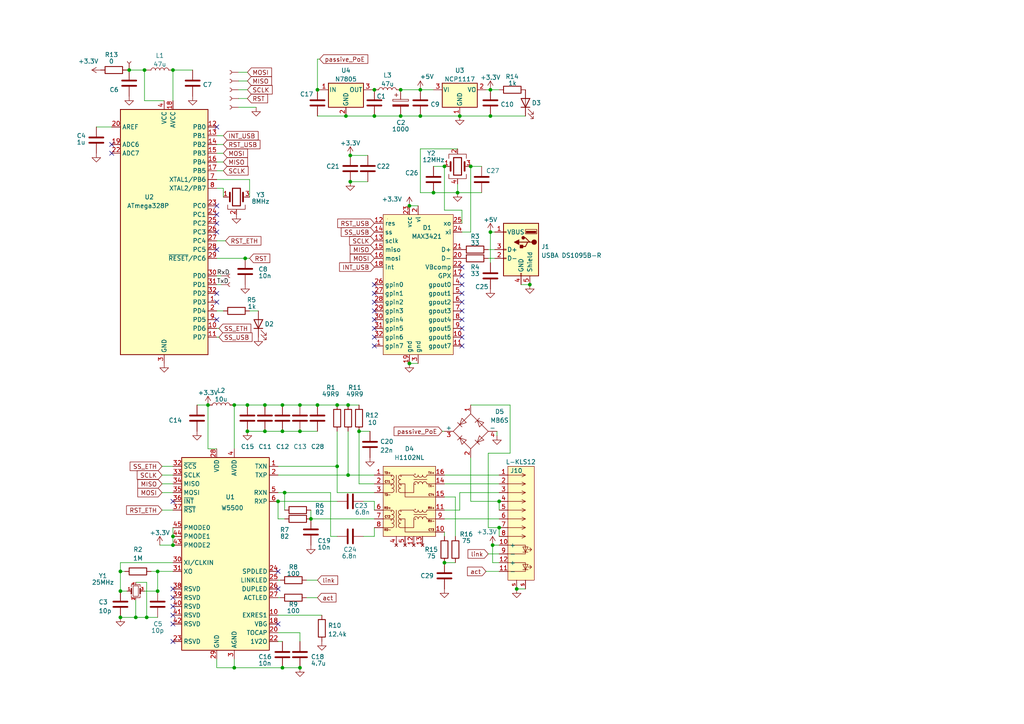
<source format=kicad_sch>
(kicad_sch (version 20211123) (generator eeschema)
  (paper "A4")
  (junction (at 81.915 117.475))
  (junction (at 144.78 153.035))
  (junction (at 50.165 158.115))
  (junction (at 149.86 170.815))
  (junction (at 142.24 33.655))
  (junction (at 86.995 125.095))
  (junction (at 92.075 26.035))
  (junction (at 82.55 142.875))
  (junction (at 81.915 193.675))
  (junction (at 136.525 48.26))
  (junction (at 116.205 26.035))
  (junction (at 50.165 155.575))
  (junction (at 39.37 179.07))
  (junction (at 142.24 26.035))
  (junction (at 100.33 33.655))
  (junction (at 97.79 117.475))
  (junction (at 60.325 117.475))
  (junction (at 76.835 125.095))
  (junction (at 116.205 33.655))
  (junction (at 86.995 117.475))
  (junction (at 34.925 165.735))
  (junction (at 45.72 165.735))
  (junction (at 108.585 33.655))
  (junction (at 121.92 26.035))
  (junction (at 90.17 150.495))
  (junction (at 71.12 74.93))
  (junction (at 50.165 20.32))
  (junction (at 80.645 145.415))
  (junction (at 34.925 179.07))
  (junction (at 100.965 137.795))
  (junction (at 37.465 20.32))
  (junction (at 104.14 125.095))
  (junction (at 92.075 117.475))
  (junction (at 121.92 33.655))
  (junction (at 108.585 26.035))
  (junction (at 41.91 20.32))
  (junction (at 86.995 193.675))
  (junction (at 71.755 117.475))
  (junction (at 97.79 135.255))
  (junction (at 67.945 117.475))
  (junction (at 133.35 33.655))
  (junction (at 71.755 125.095))
  (junction (at 125.73 55.88))
  (junction (at 153.67 82.55))
  (junction (at 81.915 125.095))
  (junction (at 142.875 158.115))
  (junction (at 101.6 52.705))
  (junction (at 100.965 117.475))
  (junction (at 101.6 45.085))
  (junction (at 76.835 117.475))
  (junction (at 118.745 59.69))
  (junction (at 144.78 145.415))
  (junction (at 67.945 193.675))
  (junction (at 118.745 105.41))
  (junction (at 132.715 55.88))
  (junction (at 142.24 67.31))
  (junction (at 42.545 179.07))
  (junction (at 128.905 48.26))
  (junction (at 34.925 171.45))
  (junction (at 45.72 171.45))
  (junction (at 128.905 163.195))
  (no_connect (at 133.985 95.25))
  (no_connect (at 133.985 87.63))
  (no_connect (at 133.985 77.47))
  (no_connect (at 133.985 92.71))
  (no_connect (at 133.985 90.17))
  (no_connect (at 62.865 72.39))
  (no_connect (at 50.165 145.415))
  (no_connect (at 50.165 178.435))
  (no_connect (at 108.585 85.09))
  (no_connect (at 62.865 36.83))
  (no_connect (at 62.865 92.71))
  (no_connect (at 32.385 41.91))
  (no_connect (at 62.865 59.69))
  (no_connect (at 50.165 175.895))
  (no_connect (at 32.385 44.45))
  (no_connect (at 50.165 180.975))
  (no_connect (at 108.585 100.33))
  (no_connect (at 62.865 64.77))
  (no_connect (at 62.865 87.63))
  (no_connect (at 108.585 97.79))
  (no_connect (at 108.585 92.71))
  (no_connect (at 133.985 82.55))
  (no_connect (at 133.985 80.01))
  (no_connect (at 108.585 90.17))
  (no_connect (at 80.645 165.735))
  (no_connect (at 108.585 95.25))
  (no_connect (at 62.865 85.09))
  (no_connect (at 108.585 87.63))
  (no_connect (at 62.865 62.23))
  (no_connect (at 133.985 97.79))
  (no_connect (at 108.585 82.55))
  (no_connect (at 133.985 100.33))
  (no_connect (at 50.165 170.815))
  (no_connect (at 80.645 180.975))
  (no_connect (at 50.165 173.355))
  (no_connect (at 62.865 67.31))
  (no_connect (at 80.645 170.815))
  (no_connect (at 133.985 85.09))
  (no_connect (at 50.165 186.055))
  (wire (pts (xy 62.865 97.79) (xy 63.5 97.79)))
  (wire (pts (xy 108.585 142.875) (xy 97.79 142.875)))
  (wire (pts (xy 121.92 43.18) (xy 121.92 55.88)))
  (wire (pts (xy 136.525 48.26) (xy 136.525 67.31)))
  (wire (pts (xy 132.715 43.18) (xy 121.92 43.18)))
  (wire (pts (xy 72.39 52.07) (xy 72.39 57.15)))
  (wire (pts (xy 76.835 117.475) (xy 81.915 117.475)))
  (wire (pts (xy 136.525 67.31) (xy 133.985 67.31)))
  (wire (pts (xy 136.525 48.26) (xy 139.7 48.26)))
  (wire (pts (xy 46.355 158.115) (xy 50.165 158.115)))
  (wire (pts (xy 86.995 117.475) (xy 92.075 117.475)))
  (wire (pts (xy 105.41 155.575) (xy 108.585 155.575)))
  (wire (pts (xy 142.24 76.2) (xy 142.24 67.31)))
  (wire (pts (xy 39.37 173.99) (xy 39.37 179.07)))
  (wire (pts (xy 69.215 20.955) (xy 71.755 20.955)))
  (wire (pts (xy 128.905 144.145) (xy 132.08 144.145)))
  (wire (pts (xy 41.91 171.45) (xy 45.72 171.45)))
  (wire (pts (xy 118.745 105.41) (xy 121.285 105.41)))
  (wire (pts (xy 144.78 142.875) (xy 133.35 142.875)))
  (wire (pts (xy 37.465 20.32) (xy 41.91 20.32)))
  (wire (pts (xy 62.865 39.37) (xy 64.77 39.37)))
  (wire (pts (xy 71.12 74.93) (xy 72.39 74.93)))
  (wire (pts (xy 76.835 125.095) (xy 81.915 125.095)))
  (wire (pts (xy 46.99 135.255) (xy 50.165 135.255)))
  (wire (pts (xy 69.215 26.035) (xy 71.755 26.035)))
  (wire (pts (xy 81.915 117.475) (xy 86.995 117.475)))
  (wire (pts (xy 62.865 74.93) (xy 71.12 74.93)))
  (wire (pts (xy 128.905 60.96) (xy 133.985 60.96)))
  (wire (pts (xy 142.24 67.31) (xy 143.51 67.31)))
  (wire (pts (xy 60.325 117.475) (xy 60.325 130.175)))
  (wire (pts (xy 62.865 69.85) (xy 65.405 69.85)))
  (wire (pts (xy 151.13 82.55) (xy 153.67 82.55)))
  (wire (pts (xy 147.955 131.445) (xy 141.605 131.445)))
  (wire (pts (xy 128.905 163.195) (xy 132.08 163.195)))
  (wire (pts (xy 46.99 147.955) (xy 50.165 147.955)))
  (wire (pts (xy 141.605 160.655) (xy 144.78 160.655)))
  (wire (pts (xy 108.585 153.035) (xy 108.585 155.575)))
  (wire (pts (xy 64.77 54.61) (xy 64.77 57.15)))
  (wire (pts (xy 121.92 55.88) (xy 125.73 55.88)))
  (wire (pts (xy 128.905 150.495) (xy 144.78 150.495)))
  (wire (pts (xy 101.6 52.705) (xy 106.68 52.705)))
  (wire (pts (xy 39.37 168.91) (xy 42.545 168.91)))
  (wire (pts (xy 67.945 117.475) (xy 67.945 130.175)))
  (wire (pts (xy 142.24 33.655) (xy 152.4 33.655)))
  (wire (pts (xy 71.755 117.475) (xy 76.835 117.475)))
  (wire (pts (xy 62.865 49.53) (xy 64.77 49.53)))
  (wire (pts (xy 80.645 142.875) (xy 82.55 142.875)))
  (wire (pts (xy 46.99 137.795) (xy 50.165 137.795)))
  (wire (pts (xy 92.075 17.145) (xy 92.075 26.035)))
  (wire (pts (xy 101.6 45.085) (xy 106.68 45.085)))
  (wire (pts (xy 80.645 150.495) (xy 80.645 145.415)))
  (wire (pts (xy 41.91 29.21) (xy 41.91 20.32)))
  (wire (pts (xy 67.945 191.135) (xy 67.945 193.675)))
  (wire (pts (xy 132.715 55.88) (xy 139.7 55.88)))
  (wire (pts (xy 71.755 125.095) (xy 76.835 125.095)))
  (wire (pts (xy 144.78 145.415) (xy 136.525 145.415)))
  (wire (pts (xy 104.14 125.095) (xy 107.315 125.095)))
  (wire (pts (xy 108.585 33.655) (xy 116.205 33.655)))
  (wire (pts (xy 133.35 142.875) (xy 133.35 147.955)))
  (wire (pts (xy 62.865 90.17) (xy 64.77 90.17)))
  (wire (pts (xy 80.645 145.415) (xy 97.79 145.415)))
  (wire (pts (xy 50.165 20.32) (xy 55.88 20.32)))
  (wire (pts (xy 136.525 117.475) (xy 147.955 117.475)))
  (wire (pts (xy 80.645 168.275) (xy 81.28 168.275)))
  (wire (pts (xy 47.625 29.21) (xy 41.91 29.21)))
  (wire (pts (xy 57.15 117.475) (xy 60.325 117.475)))
  (wire (pts (xy 50.165 153.035) (xy 50.165 155.575)))
  (wire (pts (xy 104.14 140.335) (xy 108.585 140.335)))
  (wire (pts (xy 142.24 26.035) (xy 144.78 26.035)))
  (wire (pts (xy 125.73 55.88) (xy 132.715 55.88)))
  (wire (pts (xy 82.55 142.875) (xy 95.885 142.875)))
  (wire (pts (xy 140.97 26.035) (xy 142.24 26.035)))
  (wire (pts (xy 95.885 155.575) (xy 95.885 142.875)))
  (wire (pts (xy 69.215 31.115) (xy 74.295 31.115)))
  (wire (pts (xy 92.075 33.655) (xy 100.33 33.655)))
  (wire (pts (xy 62.865 95.25) (xy 63.5 95.25)))
  (wire (pts (xy 104.14 125.095) (xy 104.14 140.335)))
  (wire (pts (xy 80.645 178.435) (xy 93.345 178.435)))
  (wire (pts (xy 67.945 193.675) (xy 62.865 193.675)))
  (wire (pts (xy 133.35 147.955) (xy 128.905 147.955)))
  (wire (pts (xy 36.83 20.32) (xy 37.465 20.32)))
  (wire (pts (xy 46.99 140.335) (xy 50.165 140.335)))
  (wire (pts (xy 86.995 193.675) (xy 81.915 193.675)))
  (wire (pts (xy 69.215 28.575) (xy 71.755 28.575)))
  (wire (pts (xy 67.945 117.475) (xy 71.755 117.475)))
  (wire (pts (xy 80.645 186.055) (xy 81.915 186.055)))
  (wire (pts (xy 141.605 74.93) (xy 143.51 74.93)))
  (wire (pts (xy 81.915 193.675) (xy 67.945 193.675)))
  (wire (pts (xy 147.955 117.475) (xy 147.955 131.445)))
  (wire (pts (xy 128.905 140.335) (xy 144.78 140.335)))
  (wire (pts (xy 80.645 183.515) (xy 86.995 183.515)))
  (wire (pts (xy 144.145 125.095) (xy 144.145 126.365)))
  (wire (pts (xy 27.94 36.83) (xy 32.385 36.83)))
  (wire (pts (xy 72.39 90.17) (xy 74.93 90.17)))
  (wire (pts (xy 95.885 155.575) (xy 97.79 155.575)))
  (wire (pts (xy 42.545 168.91) (xy 42.545 179.07)))
  (wire (pts (xy 46.99 142.875) (xy 50.165 142.875)))
  (wire (pts (xy 100.965 117.475) (xy 104.14 117.475)))
  (wire (pts (xy 62.865 54.61) (xy 64.77 54.61)))
  (wire (pts (xy 50.165 155.575) (xy 50.165 158.115)))
  (wire (pts (xy 128.905 154.305) (xy 128.905 155.575)))
  (wire (pts (xy 128.905 48.26) (xy 128.905 60.96)))
  (wire (pts (xy 128.27 125.095) (xy 128.905 125.095)))
  (wire (pts (xy 92.075 117.475) (xy 97.79 117.475)))
  (wire (pts (xy 88.9 173.355) (xy 92.075 173.355)))
  (wire (pts (xy 80.645 173.355) (xy 81.28 173.355)))
  (wire (pts (xy 92.075 17.145) (xy 92.71 17.145)))
  (wire (pts (xy 69.215 23.495) (xy 71.755 23.495)))
  (wire (pts (xy 144.78 153.035) (xy 144.78 155.575)))
  (wire (pts (xy 86.995 183.515) (xy 86.995 186.055)))
  (wire (pts (xy 62.865 41.91) (xy 64.77 41.91)))
  (wire (pts (xy 97.79 142.875) (xy 97.79 135.255)))
  (wire (pts (xy 62.865 193.675) (xy 62.865 191.135)))
  (wire (pts (xy 62.865 52.07) (xy 72.39 52.07)))
  (wire (pts (xy 97.79 117.475) (xy 100.965 117.475)))
  (wire (pts (xy 62.865 130.175) (xy 60.325 130.175)))
  (wire (pts (xy 144.78 145.415) (xy 144.78 147.955)))
  (wire (pts (xy 81.915 125.095) (xy 86.995 125.095)))
  (wire (pts (xy 100.965 125.095) (xy 100.965 137.795)))
  (wire (pts (xy 62.865 82.55) (xy 64.135 82.55)))
  (wire (pts (xy 107.95 26.035) (xy 108.585 26.035)))
  (wire (pts (xy 34.925 165.735) (xy 34.925 171.45)))
  (wire (pts (xy 80.645 135.255) (xy 97.79 135.255)))
  (wire (pts (xy 39.37 179.07) (xy 42.545 179.07)))
  (wire (pts (xy 82.55 150.495) (xy 80.645 150.495)))
  (wire (pts (xy 62.865 44.45) (xy 64.77 44.45)))
  (wire (pts (xy 90.17 147.955) (xy 90.17 150.495)))
  (wire (pts (xy 121.92 33.655) (xy 133.35 33.655)))
  (wire (pts (xy 100.965 137.795) (xy 108.585 137.795)))
  (wire (pts (xy 140.97 165.735) (xy 144.78 165.735)))
  (wire (pts (xy 100.33 33.655) (xy 108.585 33.655)))
  (wire (pts (xy 34.925 171.45) (xy 36.83 171.45)))
  (wire (pts (xy 133.35 33.655) (xy 142.24 33.655)))
  (wire (pts (xy 88.9 168.275) (xy 92.075 168.275)))
  (wire (pts (xy 86.995 125.095) (xy 92.075 125.095)))
  (wire (pts (xy 50.165 20.32) (xy 50.165 29.21)))
  (wire (pts (xy 133.985 60.96) (xy 133.985 64.77)))
  (wire (pts (xy 118.745 59.69) (xy 121.285 59.69)))
  (wire (pts (xy 45.72 165.735) (xy 45.72 171.45)))
  (wire (pts (xy 43.815 165.735) (xy 45.72 165.735)))
  (wire (pts (xy 34.925 179.07) (xy 39.37 179.07)))
  (wire (pts (xy 62.865 46.99) (xy 64.77 46.99)))
  (wire (pts (xy 144.78 158.115) (xy 142.875 158.115)))
  (wire (pts (xy 136.525 132.715) (xy 136.525 145.415)))
  (wire (pts (xy 116.205 33.655) (xy 121.92 33.655)))
  (wire (pts (xy 90.17 150.495) (xy 108.585 150.495)))
  (wire (pts (xy 80.645 137.795) (xy 100.965 137.795)))
  (wire (pts (xy 128.905 137.795) (xy 144.78 137.795)))
  (wire (pts (xy 62.865 80.01) (xy 64.135 80.01)))
  (wire (pts (xy 132.08 144.145) (xy 132.08 155.575)))
  (wire (pts (xy 125.73 48.26) (xy 128.905 48.26)))
  (wire (pts (xy 82.55 142.875) (xy 82.55 147.955)))
  (wire (pts (xy 34.925 163.195) (xy 50.165 163.195)))
  (wire (pts (xy 116.205 26.035) (xy 121.92 26.035)))
  (wire (pts (xy 141.605 131.445) (xy 141.605 153.035)))
  (wire (pts (xy 92.71 26.035) (xy 92.075 26.035)))
  (wire (pts (xy 141.605 72.39) (xy 143.51 72.39)))
  (wire (pts (xy 45.72 165.735) (xy 50.165 165.735)))
  (wire (pts (xy 105.41 145.415) (xy 108.585 145.415)))
  (wire (pts (xy 42.545 179.07) (xy 45.72 179.07)))
  (wire (pts (xy 142.875 163.195) (xy 144.78 163.195)))
  (wire (pts (xy 132.715 53.34) (xy 132.715 55.88)))
  (wire (pts (xy 141.605 153.035) (xy 144.78 153.035)))
  (wire (pts (xy 108.585 145.415) (xy 108.585 147.955)))
  (wire (pts (xy 41.91 20.32) (xy 42.545 20.32)))
  (wire (pts (xy 34.925 165.735) (xy 36.195 165.735)))
  (wire (pts (xy 121.92 26.035) (xy 125.73 26.035)))
  (wire (pts (xy 142.875 158.115) (xy 142.875 163.195)))
  (wire (pts (xy 97.79 125.095) (xy 97.79 135.255)))
  (wire (pts (xy 34.925 163.195) (xy 34.925 165.735)))
  (wire (pts (xy 149.86 170.815) (xy 152.4 170.815)))
  (label "TxD" (at 62.865 82.55 0))
  (label "RxD" (at 62.865 80.01 0))
  (global_label "passive_PoE" (shape input) (at 92.71 17.145 0) (property "Обозначения листов" "${INTERSHEET_REFS}" (effects hide)))
  (global_label "MOSI" (shape input) (at 46.99 142.875 180) (property "Обозначения листов" "${INTERSHEET_REFS}" (effects hide)))
  (global_label "MISO" (shape input) (at 108.585 72.39 180) (property "Обозначения листов" "${INTERSHEET_REFS}" (effects hide)))
  (global_label "link" (shape input) (at 92.075 168.275 0) (property "Обозначения листов" "${INTERSHEET_REFS}" (effects hide)))
  (global_label "RST" (shape input) (at 72.39 74.93 0) (property "Обозначения листов" "${INTERSHEET_REFS}" (effects hide)))
  (global_label "SS_USB" (shape input) (at 108.585 67.31 180) (property "Обозначения листов" "${INTERSHEET_REFS}" (effects hide)))
  (global_label "MOSI" (shape input) (at 108.585 74.93 180) (property "Обозначения листов" "${INTERSHEET_REFS}" (effects hide)))
  (global_label "SCLK" (shape input) (at 71.755 26.035 0) (property "Обозначения листов" "${INTERSHEET_REFS}" (effects hide)))
  (global_label "INT_USB" (shape input) (at 108.585 77.47 180) (property "Обозначения листов" "${INTERSHEET_REFS}" (effects hide)))
  (global_label "MISO" (shape input) (at 71.755 23.495 0) (property "Обозначения листов" "${INTERSHEET_REFS}" (effects hide)))
  (global_label "passive_PoE" (shape input) (at 128.27 125.095 180) (property "Обозначения листов" "${INTERSHEET_REFS}" (effects hide)))
  (global_label "MOSI" (shape input) (at 64.77 44.45 0) (property "Обозначения листов" "${INTERSHEET_REFS}" (effects hide)))
  (global_label "RST_USB" (shape input) (at 108.585 64.77 180) (property "Обозначения листов" "${INTERSHEET_REFS}" (effects hide)))
  (global_label "link" (shape input) (at 141.605 160.655 180) (property "Обозначения листов" "${INTERSHEET_REFS}" (effects hide)))
  (global_label "SCLK" (shape input) (at 108.585 69.85 180) (property "Обозначения листов" "${INTERSHEET_REFS}" (effects hide)))
  (global_label "RST_ETH" (shape input) (at 65.405 69.85 0) (property "Обозначения листов" "${INTERSHEET_REFS}" (effects hide)))
  (global_label "act" (shape input) (at 140.97 165.735 180) (property "Обозначения листов" "${INTERSHEET_REFS}" (effects hide)))
  (global_label "RST_USB" (shape input) (at 64.77 41.91 0) (property "Обозначения листов" "${INTERSHEET_REFS}" (effects hide)))
  (global_label "SS_ETH" (shape input) (at 46.99 135.255 180) (property "Обозначения листов" "${INTERSHEET_REFS}" (effects hide)))
  (global_label "MISO" (shape input) (at 64.77 46.99 0) (property "Обозначения листов" "${INTERSHEET_REFS}" (effects hide)))
  (global_label "SS_ETH" (shape input) (at 63.5 95.25 0) (property "Обозначения листов" "${INTERSHEET_REFS}" (effects hide)))
  (global_label "INT_USB" (shape input) (at 64.77 39.37 0) (property "Обозначения листов" "${INTERSHEET_REFS}" (effects hide)))
  (global_label "act" (shape input) (at 92.075 173.355 0) (property "Обозначения листов" "${INTERSHEET_REFS}" (effects hide)))
  (global_label "RST_ETH" (shape input) (at 46.99 147.955 180) (property "Обозначения листов" "${INTERSHEET_REFS}" (effects hide)))
  (global_label "SCLK" (shape input) (at 46.99 137.795 180) (property "Обозначения листов" "${INTERSHEET_REFS}" (effects hide)))
  (global_label "RST" (shape input) (at 71.755 28.575 0) (property "Обозначения листов" "${INTERSHEET_REFS}" (effects hide)))
  (global_label "SCLK" (shape input) (at 64.77 49.53 0) (property "Обозначения листов" "${INTERSHEET_REFS}" (effects hide)))
  (global_label "SS_USB" (shape input) (at 63.5 97.79 0) (property "Обозначения листов" "${INTERSHEET_REFS}" (effects hide)))
  (global_label "MISO" (shape input) (at 46.99 140.335 180) (property "Обозначения листов" "${INTERSHEET_REFS}" (effects hide)))
  (global_label "MOSI" (shape input) (at 71.755 20.955 0) (property "Обозначения листов" "${INTERSHEET_REFS}" (effects hide)))
  (symbol (lib_id "Device:R") (at 40.005 165.735 90) (unit 1)
    (property "Reference" "R2" (at 40.005 159.385 90))
    (property "Value" "1M" (at 40.005 161.925 90))
    (property "Footprint" "Resistor_SMD:R_0402_1005Metric" (effects hide))
  )
  (symbol (lib_id "Device:C") (at 90.17 154.305 0) (unit 1)
    (property "Reference" "C19" (at 92.075 156.845 0) (effects (justify left)))
    (property "Value" "10n" (at 92.075 158.75 0) (effects (justify left)))
    (property "Footprint" "Capacitor_SMD:C_0402_1005Metric" (effects hide))
  )
  (symbol (lib_id "Interface_Ethernet:W5500") (at 65.405 160.655 0) (unit 1)
    (property "Reference" "U1" (at 65.405 144.145 0) (effects (justify left)))
    (property "Value" "W5500" (at 64.135 147.32 0) (effects (justify left)))
    (property "Footprint" "Package_QFP:LQFP-48_7x7mm_P0.5mm" (effects hide))
    (property "Datasheet" "http://wizwiki.net/wiki/lib/exe/fetch.php/products:w5500:w5500_ds_v109e.pdf" (effects hide))
  )
  (symbol (lib_id "Device:C") (at 76.835 121.285 0) (unit 1)
    (property "Reference" "C11" (at 74.93 129.54 0) (effects (justify left)))
    (property "Value" "1u" (effects hide))
    (property "Footprint" "Capacitor_SMD:C_0603_1608Metric" (effects hide))
  )
  (symbol (lib_id "Device:LED") (at 74.93 93.98 90) (unit 1)
    (property "Reference" "D2" (at 78.105 93.98 90))
    (property "Value" "LED" (effects hide))
    (property "Footprint" "LED_SMD:LED_0603_1608Metric" (effects hide))
  )
  (symbol (lib_id "power:GND") (at 132.715 55.88 0) (unit 1)
    (property "Reference" "#PWR0104" (effects hide))
    (property "Value" "GND" (effects hide))
  )
  (symbol (lib_id "Diode_Bridge:MB6S") (at 136.525 125.095 180) (unit 1)
    (property "Reference" "D5" (at 144.8896 119.3885 0))
    (property "Value" "MB6S" (at 144.8896 121.9254 0))
    (property "Footprint" "Package_TO_SOT_SMD:TO-269AA" (effects hide))
    (property "Datasheet" "http://www.vishay.com/docs/88573/dfs.pdf" (effects hide))
  )
  (symbol (lib_id "Device:L") (at 112.395 26.035 90) (unit 1)
    (property "Reference" "L3" (at 112.395 21.8272 90))
    (property "Value" "47u" (at 112.395 24.3641 90))
    (property "Footprint" "Inductor_SMD:L_0805_2012Metric" (effects hide))
  )
  (symbol (lib_id "Device:C") (at 101.6 145.415 90) (unit 1)
    (property "Reference" "C23" (at 106.68 146.685 90) (effects (justify left)))
    (property "Value" "6.8n" (at 107.315 148.59 90) (effects (justify left)))
    (property "Footprint" "Capacitor_SMD:C_0402_1005Metric" (effects hide))
  )
  (symbol (lib_id "power:GND") (at 118.745 105.41 0) (unit 1)
    (property "Reference" "#PWR0109" (effects hide))
    (property "Value" "GND" (effects hide))
  )
  (symbol (lib_id "power:+3.3V") (at 101.6 45.085 0) (unit 1)
    (property "Reference" "#PWR014" (effects hide))
    (property "Value" "+3.3V" (at 101.6 41.5092 0))
  )
  (symbol (lib_id "power:GND") (at 57.15 125.095 0) (unit 1)
    (property "Reference" "#PWR01" (effects hide))
    (property "Value" "GND" (effects hide))
  )
  (symbol (lib_id "My-Library:Conn") (at 66.675 82.55 0) (unit 1)
    (property "Reference" "J8" (effects hide))
    (property "Value" "gnd" (effects hide))
    (property "Footprint" "lib:conn_mini" (effects hide))
  )
  (symbol (lib_id "power:+3.3V") (at 60.325 117.475 0) (unit 1)
    (property "Reference" "#PWR03" (effects hide))
    (property "Value" "+3.3V" (at 60.325 113.8992 0))
  )
  (symbol (lib_id "power:GND") (at 71.755 125.095 0) (unit 1)
    (property "Reference" "#PWR06" (effects hide))
    (property "Value" "GND" (effects hide))
  )
  (symbol (lib_id "power:GND") (at 86.995 193.675 0) (unit 1)
    (property "Reference" "#PWR09" (effects hide))
    (property "Value" "GND" (effects hide))
  )
  (symbol (lib_id "Device:R") (at 132.08 159.385 180) (unit 1)
    (property "Reference" "R16" (at 135.255 154.94 0))
    (property "Value" "75" (at 135.255 156.845 0))
    (property "Footprint" "Resistor_SMD:R_0603_1608Metric" (effects hide))
  )
  (symbol (lib_id "power:GND") (at 68.58 62.23 0) (unit 1)
    (property "Reference" "#PWR0115" (effects hide))
    (property "Value" "GND" (effects hide))
  )
  (symbol (lib_id "Regulator_Linear:NCP1117-3.3_SOT223") (at 133.35 26.035 0) (unit 1)
    (property "Reference" "U3" (at 133.35 20.4302 0))
    (property "Value" "NCP1117" (at 133.35 22.9671 0))
    (property "Footprint" "Package_TO_SOT_SMD:SOT-223-3_TabPin2" (effects hide))
    (property "Datasheet" "http://www.onsemi.com/pub_link/Collateral/NCP1117-D.PDF" (effects hide))
  )
  (symbol (lib_id "power:+3.3V") (at 142.875 158.115 0) (unit 1)
    (property "Reference" "#PWR013" (effects hide))
    (property "Value" "+3.3V" (at 144.145 154.305 0) (effects (justify right)))
  )
  (symbol (lib_id "power:GND") (at 144.145 126.365 0) (unit 1)
    (property "Reference" "#PWR017" (effects hide))
    (property "Value" "GND" (effects hide))
  )
  (symbol (lib_id "power:+3.3V") (at 46.355 158.115 0) (unit 1)
    (property "Reference" "#PWR02" (effects hide))
    (property "Value" "+3.3V" (at 46.355 154.5392 0))
  )
  (symbol (lib_id "power:GND") (at 142.24 83.82 0) (unit 1)
    (property "Reference" "#PWR0119" (effects hide))
    (property "Value" "GND" (effects hide))
  )
  (symbol (lib_id "Device:C") (at 57.15 121.285 0) (unit 1)
    (property "Reference" "C14" (at 48.895 121.92 0) (effects (justify left)))
    (property "Value" "1u" (effects hide))
    (property "Footprint" "Capacitor_SMD:C_0603_1608Metric" (effects hide))
  )
  (symbol (lib_id "Device:L") (at 46.355 20.32 90) (unit 1)
    (property "Reference" "L1" (at 46.355 16.1122 90))
    (property "Value" "47u" (at 46.355 18.6491 90))
    (property "Footprint" "Inductor_SMD:L_0805_2012Metric" (effects hide))
  )
  (symbol (lib_id "My-Library:Conn") (at 66.675 31.115 180) (unit 1)
    (property "Reference" "J7" (effects hide))
    (property "Value" "gnd" (effects hide))
    (property "Footprint" "lib:conn_mini" (effects hide))
  )
  (symbol (lib_id "Device:C") (at 121.92 29.845 0) (unit 1)
    (property "Reference" "C9" (at 124.841 30.2788 0) (effects (justify left)))
    (property "Value" "10u" (effects hide))
    (property "Footprint" "Capacitor_SMD:C_0805_2012Metric" (effects hide))
  )
  (symbol (lib_id "Device:C") (at 142.24 80.01 0) (unit 1)
    (property "Reference" "C25" (at 137.795 83.185 0) (effects (justify left)))
    (property "Value" "10u" (effects hide))
    (property "Footprint" "Capacitor_SMD:C_0805_2012Metric" (effects hide))
  )
  (symbol (lib_id "Device:C") (at 92.075 121.285 0) (unit 1)
    (property "Reference" "C28" (at 90.17 129.54 0) (effects (justify left)))
    (property "Value" "1u" (effects hide))
    (property "Footprint" "Capacitor_SMD:C_0402_1005Metric" (effects hide))
  )
  (symbol (lib_id "power:+3.3V") (at 29.21 20.32 90) (unit 1)
    (property "Reference" "#PWR0113" (effects hide))
    (property "Value" "+3.3V" (at 28.575 17.78 90) (effects (justify left)))
  )
  (symbol (lib_id "Device:C") (at 86.995 189.865 0) (unit 1)
    (property "Reference" "C18" (at 90.17 190.5 0) (effects (justify left)))
    (property "Value" "4.7u" (at 90.17 192.405 0) (effects (justify left)))
    (property "Footprint" "Capacitor_SMD:C_0402_1005Metric" (effects hide))
  )
  (symbol (lib_id "Device:C") (at 101.6 155.575 90) (unit 1)
    (property "Reference" "C24" (at 103.505 159.385 90) (effects (justify left)))
    (property "Value" "6.8n" (at 103.505 161.29 90) (effects (justify left)))
    (property "Footprint" "Capacitor_SMD:C_0402_1005Metric" (effects hide))
  )
  (symbol (lib_id "power:+3.3V") (at 118.745 59.69 0) (unit 1)
    (property "Reference" "#PWR0105" (effects hide))
    (property "Value" "+3.3V" (at 113.665 57.785 0))
  )
  (symbol (lib_id "Device:R") (at 137.795 72.39 90) (unit 1)
    (property "Reference" "R3" (at 137.795 68.58 90))
    (property "Value" "33" (at 137.795 70.485 90))
    (property "Footprint" "Resistor_SMD:R_0603_1608Metric" (effects hide))
  )
  (symbol (lib_id "Connector:USB_A") (at 151.13 72.39 0) (mirror y) (unit 1)
    (property "Reference" "J1" (at 156.972 71.5553 0) (effects (justify right)))
    (property "Value" "USBA DS1095B-R" (at 156.972 74.0922 0) (effects (justify right)))
    (property "Footprint" "Connector_USB:USB_A_CONNFLY_DS1095-WNR0" (effects hide))
    (property "Datasheet" " ~" (effects hide))
  )
  (symbol (lib_id "Device:C") (at 92.075 29.845 0) (unit 1)
    (property "Reference" "C17" (at 86.995 27.305 0) (effects (justify left)))
    (property "Value" "10u" (effects hide))
    (property "Footprint" "Capacitor_SMD:C_0805_2012Metric" (effects hide))
  )
  (symbol (lib_id "Device:R") (at 86.36 150.495 90) (unit 1)
    (property "Reference" "R7" (at 82.55 153.67 90))
    (property "Value" "82" (at 82.55 155.575 90))
    (property "Footprint" "Resistor_SMD:R_0402_1005Metric" (effects hide))
  )
  (symbol (lib_id "Device:C_Polarized") (at 116.205 29.845 0) (unit 1)
    (property "Reference" "C2" (at 114.935 35.56 0) (effects (justify left)))
    (property "Value" "1000" (at 113.665 37.465 0) (effects (justify left)))
    (property "Footprint" "Capacitor_Tantalum_SMD:CP_EIA-7343-15_Kemet-W" (effects hide))
  )
  (symbol (lib_id "Device:C") (at 71.755 121.285 0) (unit 1)
    (property "Reference" "C15" (at 69.85 129.54 0) (effects (justify left)))
    (property "Value" "1u" (effects hide))
    (property "Footprint" "Capacitor_SMD:C_0603_1608Metric" (effects hide))
  )
  (symbol (lib_id "power:+5V") (at 142.24 67.31 0) (unit 1)
    (property "Reference" "#PWR018" (effects hide))
    (property "Value" "+5V" (at 142.24 63.7342 0))
  )
  (symbol (lib_id "Device:C") (at 142.24 29.845 0) (unit 1)
    (property "Reference" "C10" (at 145.161 30.2788 0) (effects (justify left)))
    (property "Value" "10u" (effects hide))
    (property "Footprint" "Capacitor_SMD:C_0805_2012Metric" (effects hide))
  )
  (symbol (lib_id "Device:C") (at 37.465 24.13 0) (unit 1)
    (property "Reference" "C6" (at 31.75 26.035 0) (effects (justify left)))
    (property "Value" "1u" (effects hide))
    (property "Footprint" "Capacitor_SMD:C_0603_1608Metric" (effects hide))
  )
  (symbol (lib_id "Device:Crystal_GND2") (at 68.58 57.15 0) (unit 1)
    (property "Reference" "Y3" (at 75.565 56.515 0))
    (property "Value" "8MHz" (at 75.565 58.42 0))
    (property "Footprint" "Crystal:Resonator_SMD_Murata_CSTxExxV-3Pin_3.0x1.1mm" (effects hide))
  )
  (symbol (lib_id "Device:Crystal_GND24_Small") (at 39.37 171.45 0) (unit 1)
    (property "Reference" "Y1" (at 29.845 167.005 0))
    (property "Value" "25MHz" (at 29.845 168.91 0))
    (property "Footprint" "Crystal:Crystal_SMD_3225-4Pin_3.2x2.5mm" (effects hide))
  )
  (symbol (lib_id "Device:C") (at 108.585 29.845 0) (unit 1)
    (property "Reference" "C1" (at 109.22 27.94 0) (effects (justify left)))
    (property "Value" "10u" (effects hide))
    (property "Footprint" "Capacitor_SMD:C_0805_2012Metric" (effects hide))
  )
  (symbol (lib_id "power:GND") (at 149.86 170.815 0) (unit 1)
    (property "Reference" "#PWR019" (effects hide))
    (property "Value" "GND" (effects hide))
  )
  (symbol (lib_id "Device:C") (at 71.12 78.74 0) (unit 1)
    (property "Reference" "C8" (at 74.93 78.105 0) (effects (justify left)))
    (property "Value" "10n" (at 74.93 80.01 0) (effects (justify left)))
    (property "Footprint" "Capacitor_SMD:C_0603_1608Metric" (effects hide))
  )
  (symbol (lib_id "Device:C") (at 101.6 48.895 0) (unit 1)
    (property "Reference" "C21" (at 94.615 48.26 0) (effects (justify left)))
    (property "Value" "1u" (effects hide))
    (property "Footprint" "Capacitor_SMD:C_0603_1608Metric" (effects hide))
  )
  (symbol (lib_id "My-Library:Conn") (at 66.675 23.495 180) (unit 1)
    (property "Reference" "J4" (effects hide))
    (property "Value" "miso" (effects hide))
    (property "Footprint" "lib:conn_mini" (effects hide))
  )
  (symbol (lib_id "power:GND") (at 93.345 186.055 0) (unit 1)
    (property "Reference" "#PWR011" (effects hide))
    (property "Value" "GND" (effects hide))
  )
  (symbol (lib_id "Device:C") (at 86.995 121.285 0) (unit 1)
    (property "Reference" "C13" (at 85.09 129.54 0) (effects (justify left)))
    (property "Value" "1u" (effects hide))
    (property "Footprint" "Capacitor_SMD:C_0603_1608Metric" (effects hide))
  )
  (symbol (lib_id "My_Library:MAX3421") (at 121.285 72.39 0) (unit 1)
    (property "Reference" "D1" (at 122.555 66.04 0) (effects (justify left)))
    (property "Value" "MAX3421" (at 119.38 68.58 0) (effects (justify left)))
    (property "Footprint" "Package_QFP:PQFP-32_5x5mm_P0.5mm" (effects hide))
  )
  (symbol (lib_id "My-Library:Conn") (at 66.675 26.035 180) (unit 1)
    (property "Reference" "J5" (effects hide))
    (property "Value" "sclk" (effects hide))
    (property "Footprint" "lib:conn_mini" (effects hide))
  )
  (symbol (lib_id "power:GND") (at 47.625 105.41 0) (unit 1)
    (property "Reference" "#PWR0114" (effects hide))
    (property "Value" "GND" (effects hide))
  )
  (symbol (lib_id "power:GND") (at 90.17 158.115 0) (unit 1)
    (property "Reference" "#PWR010" (effects hide))
    (property "Value" "GND" (effects hide))
  )
  (symbol (lib_id "Device:C") (at 128.905 167.005 0) (unit 1)
    (property "Reference" "C29" (at 121.92 167.005 0) (effects (justify left)))
    (property "Value" "1n 2kV" (effects hide))
    (property "Footprint" "Capacitor_SMD:C_0805_2012Metric" (effects hide))
  )
  (symbol (lib_id "Device:R") (at 128.905 159.385 180) (unit 1)
    (property "Reference" "R15" (at 125.095 159.385 0))
    (property "Value" "75" (at 125.095 161.29 0))
    (property "Footprint" "Resistor_SMD:R_0603_1608Metric" (effects hide))
  )
  (symbol (lib_id "Device:C") (at 125.73 52.07 0) (unit 1)
    (property "Reference" "C26" (at 117.475 50.165 0) (effects (justify left)))
    (property "Value" "8p" (effects hide))
    (property "Footprint" "Capacitor_SMD:C_0603_1608Metric" (effects hide))
  )
  (symbol (lib_id "Device:R") (at 85.09 168.275 90) (unit 1)
    (property "Reference" "R8" (at 85.09 164.465 90))
    (property "Value" "100" (at 85.09 166.37 90))
    (property "Footprint" "Resistor_SMD:R_0603_1608Metric" (effects hide))
  )
  (symbol (lib_id "Device:C") (at 81.915 189.865 0) (unit 1)
    (property "Reference" "C16" (at 74.93 190.5 0) (effects (justify left)))
    (property "Value" "10n" (at 74.93 192.405 0) (effects (justify left)))
    (property "Footprint" "Capacitor_SMD:C_0402_1005Metric" (effects hide))
  )
  (symbol (lib_id "Device:R") (at 68.58 90.17 90) (unit 1)
    (property "Reference" "R5" (at 74.295 86.995 90) (effects (justify left)))
    (property "Value" "1k" (at 74.295 88.9 90) (effects (justify left)))
    (property "Footprint" "Resistor_SMD:R_0603_1608Metric" (effects hide))
  )
  (symbol (lib_id "power:GND") (at 37.465 27.94 0) (unit 1)
    (property "Reference" "#PWR0117" (effects hide))
    (property "Value" "GND" (effects hide))
  )
  (symbol (lib_id "Device:L") (at 64.135 117.475 90) (unit 1)
    (property "Reference" "L2" (at 64.135 113.2672 90))
    (property "Value" "10u" (at 64.135 115.8041 90))
    (property "Footprint" "Inductor_SMD:L_0805_2012Metric" (effects hide))
  )
  (symbol (lib_id "Device:R") (at 33.02 20.32 90) (unit 1)
    (property "Reference" "R13" (at 34.29 15.875 90) (effects (justify left)))
    (property "Value" "0" (at 33.02 17.78 90) (effects (justify left)))
    (property "Footprint" "Resistor_SMD:R_0603_1608Metric" (effects hide))
  )
  (symbol (lib_id "Device:R") (at 93.345 182.245 0) (unit 1)
    (property "Reference" "R10" (at 95.123 181.4103 0) (effects (justify left)))
    (property "Value" "12.4k" (at 95.123 183.9472 0) (effects (justify left)))
    (property "Footprint" "Resistor_SMD:R_0402_1005Metric" (effects hide))
  )
  (symbol (lib_id "Device:R") (at 137.795 74.93 90) (unit 1)
    (property "Reference" "R4" (at 137.795 77.47 90))
    (property "Value" "33" (at 137.795 79.375 90))
    (property "Footprint" "Resistor_SMD:R_0603_1608Metric" (effects hide))
  )
  (symbol (lib_id "Device:C") (at 107.315 128.905 0) (unit 1)
    (property "Reference" "C20" (at 110.236 128.0703 0) (effects (justify left)))
    (property "Value" "22n" (at 110.236 130.6072 0) (effects (justify left)))
    (property "Footprint" "Capacitor_SMD:C_0402_1005Metric" (effects hide))
  )
  (symbol (lib_id "Regulator_Linear:L7805") (at 100.33 26.035 0) (unit 1)
    (property "Reference" "U4" (at 100.33 20.4302 0))
    (property "Value" "N7805" (at 100.33 22.9671 0))
    (property "Footprint" "Package_TO_SOT_THT:TO-220-3_Vertical" (effects hide))
    (property "Datasheet" "http://www.st.com/content/ccc/resource/technical/document/datasheet/41/4f/b3/b0/12/d4/47/88/CD00000444.pdf/files/CD00000444.pdf/jcr:content/translations/en.CD00000444.pdf" (effects hide))
  )
  (symbol (lib_id "power:GND") (at 74.295 31.115 0) (unit 1)
    (property "Reference" "#PWR07" (effects hide))
    (property "Value" "GND" (effects hide))
  )
  (symbol (lib_id "Device:R") (at 85.09 173.355 90) (unit 1)
    (property "Reference" "R9" (at 85.09 175.26 90))
    (property "Value" "100" (at 85.09 177.165 90))
    (property "Footprint" "Resistor_SMD:R_0603_1608Metric" (effects hide))
  )
  (symbol (lib_id "power:GND") (at 74.93 97.79 0) (unit 1)
    (property "Reference" "#PWR0102" (effects hide))
    (property "Value" "GND" (effects hide))
  )
  (symbol (lib_id "Device:C") (at 139.7 52.07 0) (unit 1)
    (property "Reference" "C27" (at 140.97 49.53 0) (effects (justify left)))
    (property "Value" "8p" (effects hide))
    (property "Footprint" "Capacitor_SMD:C_0603_1608Metric" (effects hide))
  )
  (symbol (lib_id "My-Library:Conn") (at 66.675 20.955 180) (unit 1)
    (property "Reference" "J3" (effects hide))
    (property "Value" "mosi" (effects hide))
    (property "Footprint" "lib:conn_mini" (effects hide))
  )
  (symbol (lib_id "Device:R") (at 148.59 26.035 90) (unit 1)
    (property "Reference" "R14" (at 150.495 22.225 90) (effects (justify left)))
    (property "Value" "1k" (at 149.86 24.13 90) (effects (justify left)))
    (property "Footprint" "Resistor_SMD:R_0603_1608Metric" (effects hide))
  )
  (symbol (lib_id "My-Library:Conn") (at 66.675 28.575 180) (unit 1)
    (property "Reference" "J6" (effects hide))
    (property "Value" "reset" (effects hide))
    (property "Footprint" "lib:conn_mini" (effects hide))
  )
  (symbol (lib_id "Device:R") (at 100.965 121.285 0) (unit 1)
    (property "Reference" "R11" (at 100.965 112.395 0) (effects (justify left)))
    (property "Value" "49R9" (at 100.33 114.3 0) (effects (justify left)))
    (property "Footprint" "Resistor_SMD:R_0402_1005Metric" (effects hide))
  )
  (symbol (lib_id "Device:C") (at 106.68 48.895 0) (unit 1)
    (property "Reference" "C22" (at 109.22 48.26 0) (effects (justify left)))
    (property "Value" "1u" (effects hide))
    (property "Footprint" "Capacitor_SMD:C_0603_1608Metric" (effects hide))
  )
  (symbol (lib_id "power:GND") (at 34.925 179.07 0) (unit 1)
    (property "Reference" "#PWR0103" (effects hide))
    (property "Value" "GND" (effects hide))
  )
  (symbol (lib_id "My_Library:H1102NL") (at 118.745 145.415 0) (unit 1)
    (property "Reference" "D4" (at 118.745 130.175 0))
    (property "Value" "H1102NL" (at 118.745 132.715 0))
    (property "Footprint" "MyLibrary:H1102N" (effects hide))
  )
  (symbol (lib_id "power:+5V") (at 121.92 26.035 0) (unit 1)
    (property "Reference" "#PWR0111" (effects hide))
    (property "Value" "+5V" (at 123.825 22.225 0))
  )
  (symbol (lib_id "power:GND") (at 128.905 170.815 0) (unit 1)
    (property "Reference" "#PWR016" (effects hide))
    (property "Value" "GND" (effects hide))
  )
  (symbol (lib_id "Device:R") (at 104.14 121.285 0) (unit 1)
    (property "Reference" "R12" (at 105.918 120.4503 0) (effects (justify left)))
    (property "Value" "10" (at 106.68 122.555 0) (effects (justify left)))
    (property "Footprint" "Resistor_SMD:R_0402_1005Metric" (effects hide))
  )
  (symbol (lib_id "Device:C") (at 34.925 175.26 0) (unit 1)
    (property "Reference" "C3" (at 28.575 174.625 0) (effects (justify left)))
    (property "Value" "10p" (at 28.575 177.165 0) (effects (justify left)))
    (property "Footprint" "Capacitor_SMD:C_0402_1005Metric" (effects hide))
  )
  (symbol (lib_id "Device:C") (at 81.915 121.285 0) (unit 1)
    (property "Reference" "C12" (at 80.01 129.54 0) (effects (justify left)))
    (property "Value" "1u" (effects hide))
    (property "Footprint" "Capacitor_SMD:C_0603_1608Metric" (effects hide))
  )
  (symbol (lib_id "Device:C") (at 45.72 175.26 0) (unit 1)
    (property "Reference" "C5" (at 44.45 180.975 0) (effects (justify left)))
    (property "Value" "10p" (at 43.815 182.88 0) (effects (justify left)))
    (property "Footprint" "Capacitor_SMD:C_0402_1005Metric" (effects hide))
  )
  (symbol (lib_id "power:GND") (at 101.6 52.705 0) (unit 1)
    (property "Reference" "#PWR015" (effects hide))
    (property "Value" "GND" (effects hide))
  )
  (symbol (lib_id "Device:C") (at 27.94 40.64 0) (unit 1)
    (property "Reference" "C4" (at 22.225 39.37 0) (effects (justify left)))
    (property "Value" "1u" (at 22.225 41.275 0) (effects (justify left)))
    (property "Footprint" "Capacitor_SMD:C_0603_1608Metric" (effects hide))
  )
  (symbol (lib_id "Device:R") (at 97.79 121.285 0) (unit 1)
    (property "Reference" "R1" (at 94.615 112.395 0) (effects (justify left)))
    (property "Value" "49R9" (at 93.345 114.3 0) (effects (justify left)))
    (property "Footprint" "Resistor_SMD:R_0402_1005Metric" (effects hide))
  )
  (symbol (lib_id "My-Library:Conn") (at 37.465 17.78 90) (unit 1)
    (property "Reference" "J9" (effects hide))
    (property "Value" "PW" (effects hide))
    (property "Footprint" "lib:conn_mini" (effects hide))
  )
  (symbol (lib_id "power:GND") (at 107.315 132.715 0) (unit 1)
    (property "Reference" "#PWR012" (effects hide))
    (property "Value" "GND" (effects hide))
  )
  (symbol (lib_id "power:GND") (at 71.12 82.55 0) (unit 1)
    (property "Reference" "#PWR0116" (effects hide))
    (property "Value" "GND" (effects hide))
  )
  (symbol (lib_id "My-Library:Conn") (at 66.675 80.01 0) (unit 1)
    (property "Reference" "J2" (effects hide))
    (property "Value" "gnd" (effects hide))
    (property "Footprint" "lib:conn_mini" (effects hide))
  )
  (symbol (lib_id "power:GND") (at 27.94 44.45 0) (unit 1)
    (property "Reference" "#PWR0118" (effects hide))
    (property "Value" "GND" (effects hide))
  )
  (symbol (lib_id "power:GND") (at 55.88 27.94 0) (unit 1)
    (property "Reference" "#PWR0112" (effects hide))
    (property "Value" "GND" (effects hide))
  )
  (symbol (lib_id "power:GND") (at 153.67 82.55 0) (unit 1)
    (property "Reference" "#PWR0110" (effects hide))
    (property "Value" "GND" (effects hide))
  )
  (symbol (lib_id "Device:R") (at 86.36 147.955 90) (unit 1)
    (property "Reference" "R6" (at 92.71 146.685 90))
    (property "Value" "82" (at 92.71 148.59 90))
    (property "Footprint" "Resistor_SMD:R_0402_1005Metric" (effects hide))
  )
  (symbol (lib_id "MCU_Microchip_ATmega:ATmega328P-A") (at 47.625 67.31 0) (unit 1)
    (property "Reference" "U2" (at 41.91 57.15 0) (effects (justify left)))
    (property "Value" "ATmega328P" (at 36.83 59.69 0) (effects (justify left)))
    (property "Footprint" "Package_QFP:TQFP-32_7x7mm_P0.8mm" (effects hide))
    (property "Datasheet" "http://ww1.microchip.com/downloads/en/DeviceDoc/ATmega328_P%20AVR%20MCU%20with%20picoPower%20Technology%20Data%20Sheet%2040001984A.pdf" (effects hide))
  )
  (symbol (lib_id "My_Library:L-KLS12-108-8P8C-1X1-2-Y{slash}G-0-01") (at 152.4 147.955 0) (unit 1)
    (property "Reference" "J10" (at 147.955 136.525 0) (effects (justify left)))
    (property "Value" "L-KLS12" (at 146.685 133.985 0) (effects (justify left)))
    (property "Footprint" "MyLibrary:KLS12-108" (effects hide))
  )
  (symbol (lib_id "Device:LED") (at 152.4 29.845 90) (unit 1)
    (property "Reference" "D3" (at 155.575 29.845 90))
    (property "Value" "LED" (effects hide))
    (property "Footprint" "LED_SMD:LED_0603_1608Metric" (effects hide))
  )
  (symbol (lib_id "power:GND") (at 133.35 33.655 0) (unit 1)
    (property "Reference" "#PWR0107" (effects hide))
    (property "Value" "GND" (effects hide))
  )
  (symbol (lib_id "Device:C") (at 55.88 24.13 0) (unit 1)
    (property "Reference" "C7" (at 58.801 24.5638 0) (effects (justify left)))
    (property "Value" "10u" (effects hide))
    (property "Footprint" "Capacitor_SMD:C_0603_1608Metric" (effects hide))
  )
  (symbol (lib_id "Device:Crystal_GND24") (at 132.715 48.26 0) (unit 1)
    (property "Reference" "Y2" (at 125.095 44.45 0))
    (property "Value" "12MHz" (at 125.73 46.355 0))
    (property "Footprint" "Crystal:Crystal_SMD_0603-4Pin_6.0x3.5mm" (effects hide))
  )
  (symbol (lib_id "power:+3.3V") (at 142.24 26.035 0) (unit 1)
    (property "Reference" "#PWR0106" (effects hide))
    (property "Value" "+3.3V" (at 142.24 22.4592 0))
  )
)
</source>
